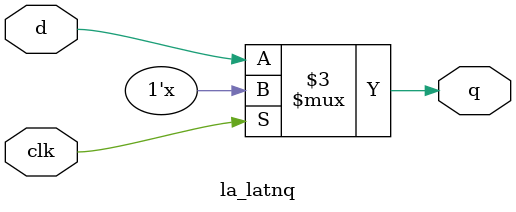
<source format=v>

module la_latnq #(
    parameter PROP = "DEFAULT"
) (
    input      d,
    input      clk,
    output reg q
);

    always @(clk or d) if (~clk) q <= d;

endmodule

</source>
